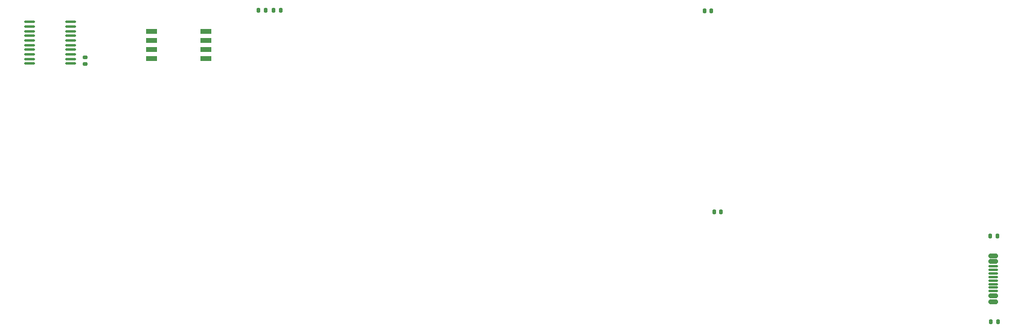
<source format=gbp>
G04 #@! TF.GenerationSoftware,KiCad,Pcbnew,8.0.4*
G04 #@! TF.CreationDate,2024-07-27T19:18:16-07:00*
G04 #@! TF.ProjectId,ns32k,6e733332-6b2e-46b6-9963-61645f706362,2*
G04 #@! TF.SameCoordinates,Original*
G04 #@! TF.FileFunction,Paste,Bot*
G04 #@! TF.FilePolarity,Positive*
%FSLAX46Y46*%
G04 Gerber Fmt 4.6, Leading zero omitted, Abs format (unit mm)*
G04 Created by KiCad (PCBNEW 8.0.4) date 2024-07-27 19:18:16*
%MOMM*%
%LPD*%
G01*
G04 APERTURE LIST*
G04 Aperture macros list*
%AMRoundRect*
0 Rectangle with rounded corners*
0 $1 Rounding radius*
0 $2 $3 $4 $5 $6 $7 $8 $9 X,Y pos of 4 corners*
0 Add a 4 corners polygon primitive as box body*
4,1,4,$2,$3,$4,$5,$6,$7,$8,$9,$2,$3,0*
0 Add four circle primitives for the rounded corners*
1,1,$1+$1,$2,$3*
1,1,$1+$1,$4,$5*
1,1,$1+$1,$6,$7*
1,1,$1+$1,$8,$9*
0 Add four rect primitives between the rounded corners*
20,1,$1+$1,$2,$3,$4,$5,0*
20,1,$1+$1,$4,$5,$6,$7,0*
20,1,$1+$1,$6,$7,$8,$9,0*
20,1,$1+$1,$8,$9,$2,$3,0*%
G04 Aperture macros list end*
%ADD10RoundRect,0.100000X-0.637500X-0.100000X0.637500X-0.100000X0.637500X0.100000X-0.637500X0.100000X0*%
%ADD11RoundRect,0.135000X-0.135000X-0.185000X0.135000X-0.185000X0.135000X0.185000X-0.135000X0.185000X0*%
%ADD12RoundRect,0.135000X0.135000X0.185000X-0.135000X0.185000X-0.135000X-0.185000X0.135000X-0.185000X0*%
%ADD13RoundRect,0.150000X-0.500000X0.150000X-0.500000X-0.150000X0.500000X-0.150000X0.500000X0.150000X0*%
%ADD14RoundRect,0.075000X-0.575000X0.075000X-0.575000X-0.075000X0.575000X-0.075000X0.575000X0.075000X0*%
%ADD15R,1.600000X0.760000*%
%ADD16RoundRect,0.140000X0.170000X-0.140000X0.170000X0.140000X-0.170000X0.140000X-0.170000X-0.140000X0*%
%ADD17RoundRect,0.140000X-0.140000X-0.170000X0.140000X-0.170000X0.140000X0.170000X-0.140000X0.170000X0*%
%ADD18RoundRect,0.140000X0.140000X0.170000X-0.140000X0.170000X-0.140000X-0.170000X0.140000X-0.170000X0*%
G04 APERTURE END LIST*
D10*
X62415500Y-63758000D03*
X62415500Y-63108000D03*
X62415500Y-62458000D03*
X62415500Y-61808000D03*
X62415500Y-61158000D03*
X62415500Y-60508000D03*
X62415500Y-59858000D03*
X62415500Y-59208000D03*
X62415500Y-58558000D03*
X62415500Y-57908000D03*
X68140500Y-57908000D03*
X68140500Y-58558000D03*
X68140500Y-59208000D03*
X68140500Y-59858000D03*
X68140500Y-60508000D03*
X68140500Y-61158000D03*
X68140500Y-61808000D03*
X68140500Y-62458000D03*
X68140500Y-63108000D03*
X68140500Y-63758000D03*
D11*
X197129400Y-87907400D03*
X198149400Y-87907400D03*
X197154800Y-99972400D03*
X198174800Y-99972400D03*
D12*
X97665000Y-56235600D03*
X96645000Y-56235600D03*
D13*
X197499200Y-90729200D03*
X197499200Y-91529200D03*
D14*
X197499200Y-92679200D03*
X197499200Y-93679200D03*
X197499200Y-94179200D03*
X197499200Y-95179200D03*
D13*
X197499200Y-96329200D03*
X197499200Y-97129200D03*
X197499200Y-97129200D03*
X197499200Y-96329200D03*
D14*
X197499200Y-95679200D03*
X197499200Y-94679200D03*
X197499200Y-93179200D03*
X197499200Y-92179200D03*
D13*
X197499200Y-91529200D03*
X197499200Y-90729200D03*
D15*
X87122000Y-59249400D03*
X87122000Y-60519400D03*
X87122000Y-61789400D03*
X87122000Y-63059400D03*
X79502000Y-63059400D03*
X79502000Y-61789400D03*
X79502000Y-60519400D03*
X79502000Y-59249400D03*
D12*
X95506000Y-56252200D03*
X94486000Y-56252200D03*
D16*
X70180200Y-63802200D03*
X70180200Y-62842200D03*
D17*
X158397000Y-84531200D03*
X159357000Y-84531200D03*
D18*
X157985400Y-56370400D03*
X157025400Y-56370400D03*
M02*

</source>
